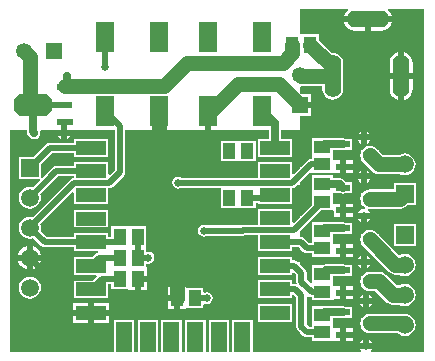
<source format=gtl>
%FSLAX25Y25*%
%MOIN*%
G70*
G01*
G75*
G04 Layer_Physical_Order=1*
G04 Layer_Color=255*
%ADD10R,0.04331X0.05512*%
%ADD11R,0.05906X0.09843*%
%ADD12R,0.05906X0.09843*%
%ADD13R,0.04528X0.02362*%
%ADD14R,0.05512X0.04331*%
G04:AMPARAMS|DCode=15|XSize=74.8mil|YSize=125.98mil|CornerRadius=0mil|HoleSize=0mil|Usage=FLASHONLY|Rotation=270.000|XOffset=0mil|YOffset=0mil|HoleType=Round|Shape=Octagon|*
%AMOCTAGOND15*
4,1,8,0.06299,0.01870,0.06299,-0.01870,0.04429,-0.03740,-0.04429,-0.03740,-0.06299,-0.01870,-0.06299,0.01870,-0.04429,0.03740,0.04429,0.03740,0.06299,0.01870,0.0*
%
%ADD15OCTAGOND15*%

%ADD16R,0.05512X0.02362*%
%ADD17R,0.07087X0.02362*%
%ADD18C,0.05000*%
%ADD19C,0.02500*%
%ADD20C,0.02000*%
%ADD21R,0.10000X0.04500*%
%ADD22R,0.05500X0.10000*%
%ADD23C,0.05315*%
%ADD24R,0.05315X0.05315*%
%ADD25R,0.05315X0.05315*%
%ADD26C,0.05906*%
%ADD27R,0.05906X0.05906*%
%ADD28O,0.05512X0.14173*%
%ADD29O,0.14173X0.05512*%
%ADD30C,0.02500*%
G36*
X138500Y1000D02*
X120790D01*
X120554Y1441D01*
X120967Y2059D01*
X116891D01*
X117304Y1441D01*
X117069Y1000D01*
X81250D01*
Y11600D01*
X74350D01*
Y1000D01*
X73450D01*
Y11600D01*
X66550D01*
Y1000D01*
X65650D01*
Y11600D01*
X58750D01*
Y1000D01*
X57650D01*
Y11600D01*
X50750D01*
Y1000D01*
X49850D01*
Y11600D01*
X42950D01*
Y1000D01*
X41850D01*
Y11600D01*
X34950D01*
Y1000D01*
X500D01*
Y75000D01*
X5968D01*
Y74543D01*
X6120Y73782D01*
X6551Y73137D01*
X7094Y72594D01*
X7739Y72163D01*
X8500Y72012D01*
X9261Y72163D01*
X9906Y72594D01*
X10337Y73239D01*
X10488Y74000D01*
X10366Y74613D01*
X10683Y75000D01*
X35267D01*
Y61718D01*
X33562Y60013D01*
X33100Y60204D01*
Y64250D01*
X21700D01*
Y63033D01*
X15800D01*
X15137Y62901D01*
X14574Y62526D01*
X11115Y59066D01*
X10653Y59257D01*
Y63701D01*
X14318Y67367D01*
X21700D01*
Y66150D01*
X33100D01*
Y72050D01*
X21700D01*
Y70833D01*
X13600D01*
X12937Y70701D01*
X12374Y70326D01*
X8202Y66153D01*
X3347D01*
Y58847D01*
X10243D01*
X10434Y58385D01*
X8062Y56014D01*
X7954Y56059D01*
X7000Y56184D01*
X6046Y56059D01*
X5158Y55691D01*
X4395Y55105D01*
X3809Y54342D01*
X3441Y53454D01*
X3316Y52500D01*
X3441Y51546D01*
X3809Y50658D01*
X4395Y49895D01*
X5158Y49309D01*
X6046Y48941D01*
X7000Y48816D01*
X7954Y48941D01*
X8842Y49309D01*
X9605Y49895D01*
X10191Y50658D01*
X10559Y51546D01*
X10684Y52500D01*
X10559Y53454D01*
X10514Y53562D01*
X16518Y59567D01*
X21700D01*
Y59064D01*
X21133Y58951D01*
X20570Y58576D01*
X8024Y46029D01*
X7954Y46059D01*
X7000Y46184D01*
X6046Y46059D01*
X5158Y45691D01*
X4395Y45105D01*
X3809Y44342D01*
X3441Y43454D01*
X3316Y42500D01*
X3441Y41546D01*
X3809Y40658D01*
X4395Y39895D01*
X5158Y39309D01*
X6046Y38941D01*
X7000Y38816D01*
X7954Y38941D01*
X8062Y38986D01*
X10674Y36374D01*
X11237Y35999D01*
X11900Y35867D01*
X11900Y35867D01*
X21700D01*
Y34650D01*
X29644D01*
X29693Y34152D01*
X29437Y34101D01*
X28874Y33726D01*
X27799Y32650D01*
X21600D01*
Y26750D01*
X29046D01*
X29237Y26288D01*
X27799Y24850D01*
X21600D01*
Y18950D01*
X33000D01*
Y23767D01*
X34182D01*
Y22044D01*
X39787D01*
Y21744D01*
X41953D01*
Y25500D01*
X42953D01*
Y26500D01*
X46118D01*
Y29256D01*
X45818D01*
Y30253D01*
X46205Y30571D01*
X46500Y30512D01*
X47261Y30663D01*
X47906Y31094D01*
X48337Y31739D01*
X48488Y32500D01*
X48337Y33261D01*
X47906Y33906D01*
X47261Y34337D01*
X46500Y34488D01*
X46205Y34429D01*
X45818Y34747D01*
Y35956D01*
X45818D01*
X45818Y36044D01*
X45818Y36044D01*
Y36044D01*
Y42956D01*
X40087D01*
Y42956D01*
X39961Y42956D01*
X39913D01*
Y42956D01*
X39913D01*
X39913D01*
X34182D01*
Y39333D01*
X33100D01*
Y40550D01*
X21700D01*
Y39333D01*
X12618D01*
X10514Y41438D01*
X10559Y41546D01*
X10684Y42500D01*
X10559Y43454D01*
X10498Y43601D01*
X21238Y54341D01*
X21700Y54150D01*
Y50350D01*
X33100D01*
Y55617D01*
X33350D01*
X34013Y55749D01*
X34576Y56124D01*
X38226Y59774D01*
X38601Y60337D01*
X38733Y61000D01*
Y75000D01*
X49000D01*
Y81500D01*
X51000D01*
Y75000D01*
X65500D01*
Y81500D01*
X67500D01*
Y75000D01*
X86812D01*
Y72050D01*
X83100D01*
Y66150D01*
X94500D01*
Y72050D01*
X90788D01*
Y75000D01*
X96929D01*
Y79843D01*
X100657D01*
Y82500D01*
X97000D01*
Y84500D01*
X100657D01*
Y87157D01*
X96929D01*
Y89468D01*
X97305Y89798D01*
X97500Y89772D01*
X104471D01*
Y88669D01*
X104590Y87767D01*
X104938Y86926D01*
X105492Y86204D01*
X106214Y85651D01*
X107054Y85302D01*
X107957Y85184D01*
X108859Y85302D01*
X109699Y85651D01*
X110422Y86204D01*
X110975Y86926D01*
X111324Y87767D01*
X111442Y88669D01*
Y97331D01*
X111324Y98233D01*
X110975Y99074D01*
X110422Y99796D01*
X109699Y100349D01*
X108859Y100698D01*
X107957Y100816D01*
X107731Y100787D01*
X103318Y105199D01*
Y106956D01*
X97587D01*
Y106956D01*
X97461Y106956D01*
X97413D01*
D01*
X96929D01*
Y115500D01*
X113184D01*
X113345Y115026D01*
X112758Y114576D01*
X112156Y113792D01*
X111786Y112898D01*
X127750D01*
X127379Y113792D01*
X126777Y114576D01*
X126190Y115026D01*
X126351Y115500D01*
X138500D01*
Y1000D01*
D02*
G37*
%LPC*%
G36*
X46118Y24500D02*
X43953D01*
Y21744D01*
X46118D01*
Y24500D01*
D02*
G37*
G36*
X114764Y23000D02*
X112500D01*
Y21819D01*
X114764D01*
Y23000D01*
D02*
G37*
G36*
X94500Y32750D02*
X83100D01*
Y26850D01*
X94500D01*
Y27395D01*
X94962Y27587D01*
X95767Y26782D01*
Y24500D01*
X95899Y23837D01*
D01*
X95500Y23733D01*
X94500D01*
Y24950D01*
X83100D01*
Y19050D01*
X94500D01*
Y19895D01*
X94962Y20087D01*
X95767Y19282D01*
Y9500D01*
X95899Y8837D01*
X96274Y8274D01*
X97000Y7549D01*
Y6996D01*
X97391Y7158D01*
X98168Y6381D01*
X98730Y6005D01*
X99394Y5873D01*
X100973D01*
Y4741D01*
X107883D01*
X107883Y4741D01*
Y4741D01*
X107885Y4741D01*
X107885D01*
X108236Y4638D01*
X108239Y4638D01*
X108239Y4638D01*
Y4638D01*
X110500D01*
Y6819D01*
Y9000D01*
X108239D01*
X108239Y9000D01*
Y9000D01*
X108236Y9000D01*
X107885Y9351D01*
Y10293D01*
X107885Y10293D01*
X107885D01*
X107885Y10472D01*
Y10559D01*
Y10646D01*
X107885Y10825D01*
X107885Y10825D01*
X107885D01*
Y12311D01*
X111500D01*
X112038Y12418D01*
X114464D01*
Y16180D01*
X112038D01*
X111500Y16287D01*
X107885D01*
Y16377D01*
X100973D01*
Y10825D01*
X100973Y10825D01*
X100973D01*
X100973Y10646D01*
Y10559D01*
Y10472D01*
X100973Y10293D01*
X100973Y10293D01*
X100973D01*
Y9340D01*
X100112D01*
X99233Y10218D01*
Y19446D01*
X99652Y19865D01*
X99674Y19876D01*
X100230Y19505D01*
X100894Y19373D01*
X100973D01*
Y18241D01*
X107885D01*
Y18287D01*
X108236Y18638D01*
X108239Y18638D01*
X108239Y18638D01*
Y18638D01*
X110500D01*
Y20819D01*
Y23000D01*
X108239D01*
X108239Y23000D01*
Y23000D01*
X108236Y23000D01*
X107885Y23351D01*
Y23793D01*
X107885Y23793D01*
X107885D01*
X107885Y23972D01*
Y24059D01*
Y24146D01*
X107885Y24325D01*
X107885Y24325D01*
X107885D01*
Y26311D01*
X111500D01*
X112038Y26418D01*
X114464D01*
Y30180D01*
X112038D01*
X111500Y30287D01*
X105717D01*
X104956Y30136D01*
X104568Y29877D01*
X100973D01*
Y24325D01*
X100973Y24325D01*
X100973D01*
X100973Y24146D01*
Y24131D01*
X100799Y24059D01*
X100392Y24059D01*
X99233Y25218D01*
Y27500D01*
X99101Y28163D01*
X98726Y28726D01*
X96929Y30522D01*
Y31075D01*
X96538Y30913D01*
X96426Y31026D01*
X95863Y31401D01*
X95200Y31533D01*
X94500D01*
Y32750D01*
D02*
G37*
G36*
X55047Y22756D02*
X52882D01*
Y20000D01*
X55047D01*
Y22756D01*
D02*
G37*
G36*
X7000Y26184D02*
X6046Y26059D01*
X5158Y25691D01*
X4395Y25105D01*
X3809Y24342D01*
X3441Y23454D01*
X3316Y22500D01*
X3441Y21546D01*
X3809Y20658D01*
X4395Y19895D01*
X5158Y19309D01*
X6046Y18941D01*
X7000Y18816D01*
X7954Y18941D01*
X8842Y19309D01*
X9605Y19895D01*
X10191Y20658D01*
X10559Y21546D01*
X10684Y22500D01*
X10559Y23454D01*
X10191Y24342D01*
X9605Y25105D01*
X8842Y25691D01*
X7954Y26059D01*
X7000Y26184D01*
D02*
G37*
G36*
X117929Y20097D02*
X117307Y19681D01*
X116891Y19059D01*
X117929D01*
Y20097D01*
D02*
G37*
G36*
X119929D02*
Y19059D01*
X120967D01*
X120551Y19681D01*
X119929Y20097D01*
D02*
G37*
G36*
X120358Y41787D02*
X119523Y41677D01*
X118745Y41354D01*
X118076Y40841D01*
X117768Y40440D01*
X117394D01*
Y39766D01*
X117241Y39394D01*
X117131Y38559D01*
X117241Y37724D01*
X117394Y37352D01*
Y36678D01*
X117768D01*
X118076Y36277D01*
X126576Y27777D01*
X127244Y27264D01*
X128023Y26941D01*
X128858Y26831D01*
X130176D01*
X130976Y26500D01*
X131929Y26375D01*
X132883Y26500D01*
X133771Y26868D01*
X134534Y27454D01*
X135120Y28217D01*
X135203Y28417D01*
X135224Y28445D01*
X135547Y29224D01*
X135657Y30059D01*
X135547Y30894D01*
X135224Y31673D01*
X135203Y31701D01*
X135120Y31901D01*
X134534Y32664D01*
X133771Y33250D01*
X132883Y33618D01*
X131929Y33743D01*
X130976Y33618D01*
X130190Y33292D01*
X123322Y40160D01*
Y40440D01*
X123042D01*
X122641Y40841D01*
X121972Y41354D01*
X121194Y41677D01*
X120358Y41787D01*
D02*
G37*
G36*
X117429Y33097D02*
X116807Y32681D01*
X116391Y32059D01*
X117429D01*
Y33097D01*
D02*
G37*
G36*
X119429D02*
Y32059D01*
X120467D01*
X120051Y32681D01*
X119429Y33097D01*
D02*
G37*
G36*
X114764Y33819D02*
X112500D01*
Y32638D01*
X114764D01*
Y33819D01*
D02*
G37*
G36*
X120467Y30059D02*
X119429D01*
Y29021D01*
X120051Y29437D01*
X120467Y30059D01*
D02*
G37*
G36*
X6000Y31500D02*
X3145D01*
X3149Y31468D01*
X3547Y30507D01*
X4181Y29681D01*
X5007Y29047D01*
X5968Y28649D01*
X6000Y28645D01*
Y31500D01*
D02*
G37*
G36*
X10855D02*
X8000D01*
Y28645D01*
X8032Y28649D01*
X8993Y29047D01*
X9819Y29681D01*
X10453Y30507D01*
X10851Y31468D01*
X10855Y31500D01*
D02*
G37*
G36*
X117429Y30059D02*
X116391D01*
X116807Y29437D01*
X117429Y29021D01*
Y30059D01*
D02*
G37*
G36*
X114764Y19819D02*
X112500D01*
Y18638D01*
X114764D01*
Y19819D01*
D02*
G37*
G36*
Y9000D02*
X112500D01*
Y7819D01*
X114764D01*
Y9000D01*
D02*
G37*
G36*
X26300Y13000D02*
X21300D01*
Y10750D01*
X26300D01*
Y13000D01*
D02*
G37*
G36*
X33300D02*
X28300D01*
Y10750D01*
X33300D01*
Y13000D01*
D02*
G37*
G36*
X131929Y13787D02*
X120358D01*
X119523Y13677D01*
X118745Y13354D01*
X118076Y12841D01*
X117768Y12440D01*
X117394D01*
Y11766D01*
X117241Y11394D01*
X117131Y10559D01*
X117241Y9724D01*
X117394Y9352D01*
Y8678D01*
X117768D01*
X118076Y8277D01*
X118745Y7764D01*
X119523Y7441D01*
X120358Y7331D01*
X129483D01*
X130087Y6868D01*
X130976Y6500D01*
X131929Y6375D01*
X132883Y6500D01*
X133771Y6868D01*
X134534Y7454D01*
X135120Y8217D01*
X135203Y8417D01*
X135224Y8445D01*
X135547Y9224D01*
X135657Y10059D01*
X135547Y10894D01*
X135224Y11673D01*
X135203Y11701D01*
X135120Y11901D01*
X134534Y12664D01*
X133771Y13250D01*
X133571Y13333D01*
X133543Y13354D01*
X132764Y13677D01*
X131929Y13787D01*
D02*
G37*
G36*
X117929Y5097D02*
X117307Y4681D01*
X116891Y4059D01*
X117929D01*
Y5097D01*
D02*
G37*
G36*
X119929D02*
Y4059D01*
X120967D01*
X120551Y4681D01*
X119929Y5097D01*
D02*
G37*
G36*
X114764Y5819D02*
X112500D01*
Y4638D01*
X114764D01*
Y5819D01*
D02*
G37*
G36*
X94500Y17050D02*
X83100D01*
Y11150D01*
X94500D01*
Y17050D01*
D02*
G37*
G36*
X120967Y17059D02*
X119929D01*
Y16021D01*
X120551Y16437D01*
X120967Y17059D01*
D02*
G37*
G36*
X123429Y27787D02*
X120358D01*
X119523Y27677D01*
X118745Y27354D01*
X118076Y26841D01*
X117768Y26440D01*
X117394D01*
Y25766D01*
X117241Y25394D01*
X117131Y24559D01*
X117241Y23724D01*
X117394Y23352D01*
Y22678D01*
X117768D01*
X118076Y22277D01*
X118745Y21764D01*
X119523Y21441D01*
X120358Y21331D01*
X122092D01*
X125647Y17777D01*
X125981Y17520D01*
X126315Y17264D01*
X127094Y16941D01*
X127929Y16831D01*
X130176D01*
X130976Y16500D01*
X131929Y16375D01*
X132883Y16500D01*
X133771Y16868D01*
X134534Y17454D01*
X135120Y18217D01*
X135203Y18417D01*
X135224Y18445D01*
X135547Y19224D01*
X135657Y20059D01*
X135547Y20894D01*
X135224Y21673D01*
X135203Y21701D01*
X135120Y21901D01*
X134534Y22664D01*
X133771Y23250D01*
X132883Y23618D01*
X131929Y23743D01*
X130976Y23618D01*
X130176Y23287D01*
X129266D01*
X125711Y26841D01*
X125043Y27354D01*
X124265Y27677D01*
X123429Y27787D01*
D02*
G37*
G36*
X59213Y22756D02*
X57047D01*
Y19000D01*
Y15244D01*
X59213D01*
Y15544D01*
X64818D01*
Y16533D01*
X65239Y17163D01*
X66000Y17012D01*
X66761Y17163D01*
X67406Y17594D01*
X67837Y18239D01*
X67988Y19000D01*
X67837Y19761D01*
X67406Y20406D01*
X66761Y20837D01*
X66000Y20988D01*
X65239Y20837D01*
X64818Y21467D01*
Y22456D01*
X59213D01*
Y22756D01*
D02*
G37*
G36*
X117929Y17059D02*
X116891D01*
X117307Y16437D01*
X117929Y16021D01*
Y17059D01*
D02*
G37*
G36*
X26300Y17250D02*
X21300D01*
Y15000D01*
X26300D01*
Y17250D01*
D02*
G37*
G36*
X33300D02*
X28300D01*
Y15000D01*
X33300D01*
Y17250D01*
D02*
G37*
G36*
X55047Y18000D02*
X52882D01*
Y15244D01*
X55047D01*
Y18000D01*
D02*
G37*
G36*
X6000Y36355D02*
X5968Y36351D01*
X5007Y35953D01*
X4181Y35319D01*
X3547Y34493D01*
X3149Y33532D01*
X3145Y33500D01*
X6000D01*
Y36355D01*
D02*
G37*
G36*
X76766Y71456D02*
Y71456D01*
X76587Y71456D01*
X76500D01*
X76413D01*
X76234Y71456D01*
X76234Y71456D01*
Y71456D01*
X70682D01*
Y64544D01*
X76234D01*
X76234Y64544D01*
Y64544D01*
X76413Y64544D01*
X76500D01*
X76587D01*
X76766Y64544D01*
X76766Y64544D01*
Y64544D01*
X82318D01*
Y71456D01*
X76766D01*
X76766Y71456D01*
D02*
G37*
G36*
X17500Y73000D02*
X16462D01*
X16878Y72378D01*
X17500Y71962D01*
Y73000D01*
D02*
G37*
G36*
X20538D02*
X19500D01*
Y71962D01*
X20122Y72378D01*
X20538Y73000D01*
D02*
G37*
G36*
X120467Y71559D02*
X119429D01*
Y70521D01*
X120051Y70937D01*
X120467Y71559D01*
D02*
G37*
G36*
X107885Y72377D02*
X100973D01*
Y66825D01*
X100973Y66825D01*
X100973D01*
X100973Y66646D01*
Y66559D01*
Y66472D01*
X100973Y66293D01*
X100973Y66293D01*
X100973D01*
Y65340D01*
X100760D01*
X100097Y65208D01*
X99535Y64832D01*
X97391Y62688D01*
X97000Y62850D01*
Y62297D01*
X94962Y60259D01*
X94500Y60450D01*
Y64250D01*
X83100D01*
Y59083D01*
X57640D01*
X57261Y59337D01*
X56500Y59488D01*
X55739Y59337D01*
X55094Y58906D01*
X54663Y58261D01*
X54512Y57500D01*
X54663Y56739D01*
X55094Y56094D01*
X55739Y55663D01*
X56500Y55512D01*
X57027Y55617D01*
X70682D01*
Y49044D01*
X76413D01*
Y49044D01*
X76587Y49044D01*
Y49044D01*
X82318D01*
Y50767D01*
X83100D01*
Y50450D01*
X94500D01*
Y55617D01*
X94504D01*
X95167Y55749D01*
X95730Y56124D01*
X96538Y56933D01*
X96929Y56771D01*
Y57324D01*
X100530Y60925D01*
X100973Y60741D01*
Y60741D01*
X100973Y60741D01*
X107883D01*
X107883Y60741D01*
Y60741D01*
X107885Y60741D01*
X107885D01*
X108236Y60638D01*
X108239Y60638D01*
X108239Y60638D01*
Y60638D01*
X110500D01*
Y62819D01*
Y65000D01*
X108239D01*
X108239Y65000D01*
Y65000D01*
X108236Y65000D01*
X107885Y65351D01*
Y66293D01*
X107885Y66293D01*
X107885D01*
X107885Y66472D01*
Y66559D01*
Y66646D01*
X107885Y66825D01*
X107885Y66825D01*
X107885D01*
Y68311D01*
X111500D01*
X112038Y68418D01*
X114464D01*
Y72180D01*
X112038D01*
X111500Y72287D01*
X107885D01*
Y72377D01*
D02*
G37*
G36*
X114764Y65000D02*
X112500D01*
Y63819D01*
X114764D01*
Y65000D01*
D02*
G37*
G36*
X117429Y71559D02*
X116391D01*
X116807Y70937D01*
X117429Y70521D01*
Y71559D01*
D02*
G37*
G36*
Y74597D02*
X116807Y74181D01*
X116391Y73559D01*
X117429D01*
Y74597D01*
D02*
G37*
G36*
X131791Y100982D02*
Y94000D01*
X134580D01*
Y97331D01*
X134451Y98311D01*
X134072Y99225D01*
X133470Y100010D01*
X132685Y100611D01*
X131791Y100982D01*
D02*
G37*
G36*
X118768Y110898D02*
X111786D01*
X112156Y110003D01*
X112758Y109219D01*
X113543Y108617D01*
X114456Y108238D01*
X115437Y108109D01*
X118768D01*
Y110898D01*
D02*
G37*
G36*
X127750D02*
X120768D01*
Y108109D01*
X124098D01*
X125079Y108238D01*
X125993Y108617D01*
X126777Y109219D01*
X127379Y110003D01*
X127750Y110898D01*
D02*
G37*
G36*
X129791Y100982D02*
X128897Y100611D01*
X128113Y100010D01*
X127511Y99225D01*
X127132Y98311D01*
X127003Y97331D01*
Y94000D01*
X129791D01*
Y100982D01*
D02*
G37*
G36*
X119429Y74597D02*
Y73559D01*
X120467D01*
X120051Y74181D01*
X119429Y74597D01*
D02*
G37*
G36*
X129791Y92000D02*
X127003D01*
Y88669D01*
X127132Y87689D01*
X127511Y86775D01*
X128113Y85991D01*
X128897Y85388D01*
X129791Y85018D01*
Y92000D01*
D02*
G37*
G36*
X134580D02*
X131791D01*
Y85018D01*
X132685Y85388D01*
X133470Y85991D01*
X134072Y86775D01*
X134451Y87689D01*
X134580Y88669D01*
Y92000D01*
D02*
G37*
G36*
X114764Y61819D02*
X112500D01*
Y60638D01*
X114764D01*
Y61819D01*
D02*
G37*
G36*
X117500Y45500D02*
X116462D01*
X116878Y44878D01*
X117500Y44462D01*
Y45500D01*
D02*
G37*
G36*
X120538D02*
X119500D01*
Y44462D01*
X120122Y44878D01*
X120538Y45500D01*
D02*
G37*
G36*
X114764Y47319D02*
X112500D01*
Y46138D01*
X114764D01*
Y47319D01*
D02*
G37*
G36*
X33100Y48450D02*
X21700D01*
Y42550D01*
X33100D01*
Y48450D01*
D02*
G37*
G36*
X8000Y36355D02*
Y33500D01*
X10855D01*
X10851Y33532D01*
X10453Y34493D01*
X9819Y35319D01*
X8993Y35953D01*
X8032Y36351D01*
X8000Y36355D01*
D02*
G37*
G36*
X114764Y37000D02*
X112500D01*
Y35819D01*
X114764D01*
Y37000D01*
D02*
G37*
G36*
X135582Y43712D02*
X128276D01*
Y36406D01*
X135582D01*
Y43712D01*
D02*
G37*
G36*
Y57212D02*
X128276D01*
Y55287D01*
X120358D01*
X119523Y55177D01*
X118745Y54854D01*
X118076Y54341D01*
X117768Y53940D01*
X117394D01*
Y53266D01*
X117241Y52894D01*
X117131Y52059D01*
X117241Y51224D01*
X117394Y50852D01*
Y50178D01*
X117768D01*
X118076Y49777D01*
X118745Y49264D01*
X118796Y49243D01*
X118651Y48764D01*
X118500Y48794D01*
X117622Y48619D01*
X116878Y48122D01*
X116462Y47500D01*
X120538D01*
X120122Y48122D01*
X119658Y48432D01*
X119834Y48900D01*
X120358Y48831D01*
X130429D01*
X131264Y48941D01*
X132043Y49264D01*
X132711Y49777D01*
X132841Y49906D01*
X135582D01*
Y57212D01*
D02*
G37*
G36*
X120358Y69787D02*
X119523Y69677D01*
X118745Y69354D01*
X118076Y68841D01*
X117768Y68440D01*
X117394D01*
Y67766D01*
X117241Y67394D01*
X117131Y66559D01*
X117241Y65724D01*
X117394Y65352D01*
Y64678D01*
X117768D01*
X118076Y64277D01*
X121076Y61277D01*
X121410Y61020D01*
X121745Y60764D01*
X122523Y60441D01*
X123358Y60331D01*
X130176D01*
X130976Y60000D01*
X131929Y59875D01*
X132883Y60000D01*
X133771Y60368D01*
X134534Y60954D01*
X135120Y61717D01*
X135488Y62606D01*
X135613Y63559D01*
X135488Y64513D01*
X135120Y65401D01*
X134534Y66164D01*
X133771Y66750D01*
X132883Y67118D01*
X131929Y67243D01*
X130976Y67118D01*
X130176Y66787D01*
X124695D01*
X123322Y68160D01*
Y68440D01*
X123042D01*
X122641Y68841D01*
X121972Y69354D01*
X121194Y69677D01*
X120358Y69787D01*
D02*
G37*
G36*
X117429Y61597D02*
X116807Y61181D01*
X116391Y60559D01*
X117429D01*
Y61597D01*
D02*
G37*
G36*
X119429D02*
Y60559D01*
X120467D01*
X120051Y61181D01*
X119429Y61597D01*
D02*
G37*
G36*
X120467Y58559D02*
X119429D01*
Y57521D01*
X120051Y57937D01*
X120467Y58559D01*
D02*
G37*
G36*
X114764Y50500D02*
X112500D01*
Y49319D01*
X114764D01*
Y50500D01*
D02*
G37*
G36*
X107885Y59877D02*
X100973D01*
Y54325D01*
X100973Y54325D01*
X100973D01*
X100973Y54146D01*
Y54059D01*
Y53972D01*
X100973Y53793D01*
X100973Y53793D01*
X100973D01*
Y50102D01*
X97391Y46520D01*
X97000Y46681D01*
Y46128D01*
X94962Y44090D01*
X94500Y44282D01*
Y48550D01*
X83100D01*
Y43383D01*
X78150D01*
X77487Y43251D01*
X77460Y43233D01*
X65916D01*
X65761Y43337D01*
X65000Y43488D01*
X64239Y43337D01*
X63594Y42906D01*
X63163Y42261D01*
X63012Y41500D01*
X63163Y40739D01*
X63594Y40094D01*
X64239Y39663D01*
X65000Y39512D01*
X65761Y39663D01*
X65916Y39767D01*
X78000D01*
X78663Y39899D01*
X78690Y39917D01*
X83100D01*
Y34650D01*
X94500D01*
Y35867D01*
X96682D01*
X97000Y35549D01*
Y34996D01*
X97391Y35158D01*
X98168Y34381D01*
X98730Y34005D01*
X99394Y33873D01*
X100973D01*
Y32741D01*
X107883D01*
X107883Y32741D01*
Y32741D01*
X107885Y32741D01*
X107885D01*
X108236Y32638D01*
X108239Y32638D01*
X108239Y32638D01*
Y32638D01*
X110500D01*
Y34819D01*
Y37000D01*
X108239D01*
X108239Y37000D01*
Y37000D01*
X108236Y37000D01*
X107885Y37351D01*
Y38293D01*
X107885Y38293D01*
X107885D01*
X107885Y38472D01*
Y38559D01*
Y38646D01*
X107885Y38825D01*
X107885Y38825D01*
X107885D01*
Y40311D01*
X111500D01*
X112038Y40418D01*
X114464D01*
Y44180D01*
X112038D01*
X111500Y44287D01*
X107885D01*
Y44377D01*
X100973D01*
Y38825D01*
X100973Y38825D01*
X100973D01*
X100973Y38646D01*
Y38559D01*
Y38472D01*
X100973Y38293D01*
X100973Y38293D01*
X100973D01*
Y37340D01*
X100112D01*
X98626Y38826D01*
X98063Y39201D01*
X97400Y39333D01*
X96929D01*
Y41155D01*
X104015Y48241D01*
X107883D01*
X107883Y48241D01*
Y48241D01*
X107885Y48241D01*
X108236Y47890D01*
Y46138D01*
X110500D01*
Y48319D01*
Y50500D01*
X108239D01*
X108239Y50500D01*
Y50500D01*
X108236Y50500D01*
X107885Y50851D01*
Y53793D01*
X107885Y53793D01*
X107885D01*
X107885Y53972D01*
Y54059D01*
Y54146D01*
X107885Y54325D01*
X107885Y54325D01*
X107885D01*
Y55024D01*
X108536D01*
Y53918D01*
X110962D01*
X111500Y53811D01*
X112038Y53918D01*
X114464D01*
Y57680D01*
X112431D01*
X111693Y58418D01*
X111048Y58849D01*
X110287Y59000D01*
X107885D01*
Y59877D01*
D02*
G37*
G36*
X117429Y58559D02*
X116391D01*
X116807Y57937D01*
X117429Y57521D01*
Y58559D01*
D02*
G37*
%LPD*%
D10*
X94547Y103500D02*
D03*
X100453D02*
D03*
X73547Y52500D02*
D03*
X79453D02*
D03*
X73547Y68000D02*
D03*
X79453D02*
D03*
X37047Y39500D02*
D03*
X42953D02*
D03*
X61953Y19000D02*
D03*
X56047D02*
D03*
X37047Y32500D02*
D03*
X42953D02*
D03*
X37047Y25500D02*
D03*
X42953D02*
D03*
D11*
X66500Y81500D02*
D03*
Y106000D02*
D03*
X32000Y81500D02*
D03*
Y106000D02*
D03*
D12*
X84500Y81500D02*
D03*
Y106000D02*
D03*
X50000Y81500D02*
D03*
Y106000D02*
D03*
D13*
X120358Y52059D02*
D03*
X111500Y48319D02*
D03*
Y55799D02*
D03*
X120358Y66559D02*
D03*
X111500Y62819D02*
D03*
Y70299D02*
D03*
X120358Y38559D02*
D03*
X111500Y34819D02*
D03*
Y42299D02*
D03*
X120358Y10559D02*
D03*
X111500Y6819D02*
D03*
Y14299D02*
D03*
X120358Y24559D02*
D03*
X111500Y20819D02*
D03*
Y28299D02*
D03*
D14*
X104429Y63606D02*
D03*
Y69512D02*
D03*
Y7606D02*
D03*
Y13512D02*
D03*
Y51106D02*
D03*
Y57012D02*
D03*
Y35606D02*
D03*
Y41512D02*
D03*
Y21106D02*
D03*
Y27012D02*
D03*
D15*
X7957Y83500D02*
D03*
D16*
X18587Y89406D02*
D03*
Y77595D02*
D03*
D17*
X17799Y83500D02*
D03*
D18*
X5000Y101500D02*
X7000Y99500D01*
X18802Y89621D02*
X51621D01*
X56047Y19000D02*
Y34453D01*
X50000Y40500D02*
X56047Y34453D01*
X50000Y40500D02*
Y81500D01*
X90000Y90500D02*
X97000Y83500D01*
X76500Y90500D02*
X90000D01*
X67500Y81500D02*
X76500Y90500D01*
X66500Y81500D02*
X67500D01*
X91500Y97500D02*
X94547Y100547D01*
X59500Y97500D02*
X91500D01*
X51621Y89621D02*
X59500Y97500D01*
X7000Y84457D02*
X7957Y83500D01*
X7000Y84457D02*
Y99500D01*
X94547Y100547D02*
Y103500D01*
X107957Y93000D02*
Y95996D01*
X100453Y103500D02*
X107957Y95996D01*
X97500Y93000D02*
X107957D01*
X97000Y93500D02*
X97500Y93000D01*
X130429Y52059D02*
X131929Y53559D01*
X120358Y52059D02*
X130429D01*
X123358Y63559D02*
X131929D01*
X120358Y66559D02*
X123358Y63559D01*
X131929Y10559D02*
X132429Y10059D01*
X120358Y10559D02*
X131929D01*
X127929Y20059D02*
X132429D01*
X123429Y24559D02*
X127929Y20059D01*
X120358Y24559D02*
X123429D01*
X128858Y30059D02*
X132429D01*
X120358Y38559D02*
X128858Y30059D01*
D19*
X18802Y89621D02*
X19500Y90319D01*
X18587Y89406D02*
X18802Y89621D01*
X19500Y90319D02*
Y93000D01*
X88800Y69100D02*
Y77200D01*
X84500Y81500D02*
X88800Y77200D01*
X7957Y74543D02*
X8500Y74000D01*
X7957Y74543D02*
Y83500D01*
X104429Y69512D02*
X105217Y70299D01*
X111500D01*
X104429Y57012D02*
X110287D01*
X111500Y55799D01*
X104429Y41512D02*
X105217Y42299D01*
X111500D01*
X104429Y27012D02*
X105717Y28299D01*
X111500D01*
X104429Y13512D02*
X105217Y14299D01*
X111500D01*
D20*
X56500Y57350D02*
X94504D01*
X87900Y52500D02*
X88800Y53400D01*
X79453Y52500D02*
X87900D01*
X46500Y32500D02*
X46500Y32500D01*
X42953Y32500D02*
X46500D01*
X61953Y19000D02*
X66000D01*
X65000Y41500D02*
X78000D01*
X78150Y41650D01*
X18500Y74000D02*
Y77508D01*
X18587Y77595D01*
X32000Y81500D02*
X37000Y76500D01*
Y61000D02*
Y76500D01*
X33350Y57350D02*
X37000Y61000D01*
X21796Y57350D02*
X33350D01*
X7000Y42554D02*
X21796Y57350D01*
X7000Y42500D02*
Y42554D01*
X11900Y37600D02*
X27400D01*
X7000Y42500D02*
X11900Y37600D01*
X7957Y83500D02*
X17799D01*
X15800Y61300D02*
X27400D01*
X7000Y52500D02*
X15800Y61300D01*
X13600Y69100D02*
X27400D01*
X7000Y62500D02*
X13600Y69100D01*
X39000Y19000D02*
X42500D01*
X34000Y14000D02*
X39000Y19000D01*
X27300Y14000D02*
X34000D01*
X7000Y32500D02*
X16000Y23500D01*
Y17500D02*
Y23500D01*
Y17500D02*
X19500Y14000D01*
X27300D01*
X42500Y19000D02*
X42953Y19453D01*
Y25500D01*
Y32500D02*
Y39500D01*
X27300Y21900D02*
X30900Y25500D01*
X37047D01*
X27300Y29700D02*
X30100Y32500D01*
X37047D01*
X35147Y37600D02*
X37047Y39500D01*
X27400Y37600D02*
X35147D01*
X32000Y96000D02*
Y106000D01*
X94973Y41650D02*
X104429Y51106D01*
X78150Y41650D02*
X94973D01*
X94504Y57350D02*
X100760Y63606D01*
X104429D01*
X88800Y22000D02*
X95500D01*
X97500Y20000D01*
Y9500D02*
Y20000D01*
Y9500D02*
X99394Y7606D01*
X104429D01*
X88800Y29800D02*
X95200D01*
X97500Y27500D01*
Y24500D02*
Y27500D01*
Y24500D02*
X100894Y21106D01*
X104429D01*
X88800Y37600D02*
X97400D01*
X99394Y35606D01*
X104429D01*
X61953Y19000D02*
X61953Y19000D01*
X42500Y19000D02*
X56047D01*
D21*
X27400Y69100D02*
D03*
Y61300D02*
D03*
Y53300D02*
D03*
Y45500D02*
D03*
Y37600D02*
D03*
X27300Y29700D02*
D03*
Y21900D02*
D03*
X88800Y14100D02*
D03*
Y29800D02*
D03*
Y37600D02*
D03*
Y45600D02*
D03*
Y53400D02*
D03*
Y61300D02*
D03*
Y69100D02*
D03*
X27300Y14000D02*
D03*
X88800Y22000D02*
D03*
D22*
X38400Y5900D02*
D03*
X46400D02*
D03*
X54200D02*
D03*
X62200D02*
D03*
X70000D02*
D03*
X77800D02*
D03*
D23*
X5000Y101500D02*
D03*
X97000Y93500D02*
D03*
D24*
X15000Y101500D02*
D03*
D25*
X97000Y83500D02*
D03*
D26*
X7000Y22500D02*
D03*
Y32500D02*
D03*
Y42500D02*
D03*
Y52500D02*
D03*
X131929Y63559D02*
D03*
Y10059D02*
D03*
Y20059D02*
D03*
Y30059D02*
D03*
D27*
X7000Y62500D02*
D03*
X131929Y53559D02*
D03*
Y40059D02*
D03*
D28*
X130791Y93000D02*
D03*
X107957D02*
D03*
D29*
X119768Y111898D02*
D03*
D30*
X19500Y93000D02*
D03*
X56500Y57500D02*
D03*
X46500Y32500D02*
D03*
X66000Y19000D02*
D03*
X65000Y41500D02*
D03*
X73547Y52500D02*
D03*
Y68000D02*
D03*
X84500Y106500D02*
D03*
Y81500D02*
D03*
X8500Y74000D02*
D03*
X18500D02*
D03*
X32000Y81500D02*
D03*
Y96000D02*
D03*
X50000Y81500D02*
D03*
X66500D02*
D03*
X66000Y106000D02*
D03*
X50000D02*
D03*
X118429Y72559D02*
D03*
X118500Y46500D02*
D03*
X118429Y59559D02*
D03*
X118929Y3059D02*
D03*
Y18059D02*
D03*
X118429Y31059D02*
D03*
M02*

</source>
